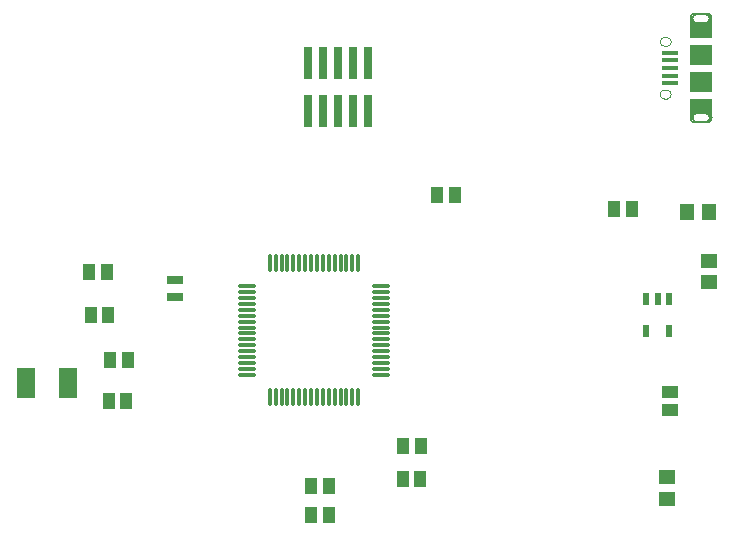
<source format=gtp>
G04*
G04 #@! TF.GenerationSoftware,Altium Limited,Altium Designer,20.1.14 (287)*
G04*
G04 Layer_Color=8421504*
%FSLAX44Y44*%
%MOMM*%
G71*
G04*
G04 #@! TF.SameCoordinates,01BF520F-FA88-4C74-87B3-3C0DA752D8B3*
G04*
G04*
G04 #@! TF.FilePolarity,Positive*
G04*
G01*
G75*
%ADD11C,0.2000*%
%ADD18C,0.3000*%
%ADD19C,0.1000*%
%ADD20R,1.1000X1.4000*%
%ADD21R,1.5000X2.5000*%
%ADD22R,1.9000X1.1750*%
%ADD23R,1.9000X1.8000*%
%ADD24R,1.3500X0.4000*%
G04:AMPARAMS|DCode=25|XSize=1.49mm|YSize=0.28mm|CornerRadius=0.07mm|HoleSize=0mm|Usage=FLASHONLY|Rotation=270.000|XOffset=0mm|YOffset=0mm|HoleType=Round|Shape=RoundedRectangle|*
%AMROUNDEDRECTD25*
21,1,1.4900,0.1400,0,0,270.0*
21,1,1.3500,0.2800,0,0,270.0*
1,1,0.1400,-0.0700,-0.6750*
1,1,0.1400,-0.0700,0.6750*
1,1,0.1400,0.0700,0.6750*
1,1,0.1400,0.0700,-0.6750*
%
%ADD25ROUNDEDRECTD25*%
G04:AMPARAMS|DCode=26|XSize=1.49mm|YSize=0.28mm|CornerRadius=0.07mm|HoleSize=0mm|Usage=FLASHONLY|Rotation=180.000|XOffset=0mm|YOffset=0mm|HoleType=Round|Shape=RoundedRectangle|*
%AMROUNDEDRECTD26*
21,1,1.4900,0.1400,0,0,180.0*
21,1,1.3500,0.2800,0,0,180.0*
1,1,0.1400,-0.6750,0.0700*
1,1,0.1400,0.6750,0.0700*
1,1,0.1400,0.6750,-0.0700*
1,1,0.1400,-0.6750,-0.0700*
%
%ADD26ROUNDEDRECTD26*%
%ADD27R,1.4000X0.7500*%
%ADD28R,0.7366X2.7940*%
%ADD29R,1.4000X1.2000*%
%ADD30R,1.2000X1.4000*%
%ADD31R,0.5080X1.0033*%
%ADD32R,1.4000X1.1000*%
D11*
X1664660Y1356010D02*
G03*
X1663160Y1357510I-1500J0D01*
G01*
X1649160D02*
G03*
X1647660Y1356010I0J-1500D01*
G01*
X1652660Y1357510D02*
G03*
X1648660Y1353510I0J-4000D01*
G01*
X1663660D02*
G03*
X1659660Y1357510I-4000J0D01*
G01*
X1663160Y1266010D02*
G03*
X1664660Y1267510I0J1500D01*
G01*
X1647660D02*
G03*
X1649160Y1266010I1500J0D01*
G01*
X1648660Y1270010D02*
G03*
X1652660Y1266010I4000J0D01*
G01*
X1659660D02*
G03*
X1663660Y1270010I0J4000D01*
G01*
X1647660Y1348510D02*
X1664660D01*
Y1356010D01*
X1649160Y1357510D02*
X1663160D01*
X1647660Y1348510D02*
Y1356010D01*
X1652660Y1357510D02*
X1659660D01*
X1647660Y1275010D02*
X1664660D01*
Y1267510D02*
Y1275010D01*
X1649160Y1266010D02*
X1663160D01*
X1647660Y1267510D02*
Y1275010D01*
X1652660Y1266010D02*
X1659660D01*
D18*
Y1349010D02*
G03*
X1664160Y1353510I0J4500D01*
G01*
X1648160D02*
G03*
X1652660Y1349010I4500J0D01*
G01*
X1664160Y1270010D02*
G03*
X1659660Y1274510I-4500J0D01*
G01*
X1652660D02*
G03*
X1648160Y1270010I0J-4500D01*
G01*
X1652660Y1349010D02*
X1659660D01*
X1652660Y1274510D02*
X1659660D01*
D19*
X1621410Y1334010D02*
G03*
X1625160Y1330260I3750J0D01*
G01*
X1627160D02*
G03*
X1630910Y1334010I0J3750D01*
G01*
D02*
G03*
X1627160Y1337760I-3750J0D01*
G01*
X1625160D02*
G03*
X1621410Y1334010I0J-3750D01*
G01*
Y1289510D02*
G03*
X1625160Y1285760I3750J0D01*
G01*
X1627160D02*
G03*
X1630910Y1289510I0J3750D01*
G01*
D02*
G03*
X1627160Y1293260I-3750J0D01*
G01*
X1625160D02*
G03*
X1621410Y1289510I0J-3750D01*
G01*
X1625160Y1330260D02*
X1627160D01*
X1625160Y1337760D02*
X1627160D01*
X1625160Y1285760D02*
X1627160D01*
X1625160Y1293260D02*
X1627160D01*
D20*
X1170820Y1064260D02*
D03*
X1155820D02*
D03*
X1169550Y1029970D02*
D03*
X1154550D02*
D03*
X1154310Y1102360D02*
D03*
X1139310D02*
D03*
X1153040Y1139190D02*
D03*
X1138040D02*
D03*
X1597540Y1192530D02*
D03*
X1582540D02*
D03*
X1432680Y1203960D02*
D03*
X1447680D02*
D03*
X1403470Y963930D02*
D03*
X1418470D02*
D03*
X1326000Y957580D02*
D03*
X1341000D02*
D03*
X1326000Y933450D02*
D03*
X1341000D02*
D03*
X1403590Y991870D02*
D03*
X1418590D02*
D03*
D21*
X1084860Y1045210D02*
D03*
X1119860D02*
D03*
D22*
X1656160Y1343627D02*
D03*
Y1279893D02*
D03*
D23*
Y1300260D02*
D03*
Y1323260D02*
D03*
D24*
X1629410Y1298760D02*
D03*
Y1305260D02*
D03*
Y1324760D02*
D03*
Y1318260D02*
D03*
Y1311760D02*
D03*
D25*
X1290920Y1146360D02*
D03*
X1295920D02*
D03*
X1300920D02*
D03*
X1305920D02*
D03*
X1310920D02*
D03*
X1315920D02*
D03*
X1320920D02*
D03*
X1325920D02*
D03*
X1330920D02*
D03*
X1335920D02*
D03*
X1340920D02*
D03*
X1345920D02*
D03*
X1350920D02*
D03*
X1355920D02*
D03*
X1360920D02*
D03*
X1365920D02*
D03*
Y1032960D02*
D03*
X1360920D02*
D03*
X1355920D02*
D03*
X1350920D02*
D03*
X1345920D02*
D03*
X1340920D02*
D03*
X1335920D02*
D03*
X1330920D02*
D03*
X1325920D02*
D03*
X1320920D02*
D03*
X1315920D02*
D03*
X1310920D02*
D03*
X1305920D02*
D03*
X1300920D02*
D03*
X1295920D02*
D03*
X1290920D02*
D03*
D26*
X1385120Y1127160D02*
D03*
Y1122160D02*
D03*
Y1117160D02*
D03*
Y1112160D02*
D03*
Y1107160D02*
D03*
Y1102160D02*
D03*
Y1097160D02*
D03*
Y1092160D02*
D03*
Y1087160D02*
D03*
Y1082160D02*
D03*
Y1077160D02*
D03*
Y1072160D02*
D03*
Y1067160D02*
D03*
Y1062160D02*
D03*
Y1057160D02*
D03*
Y1052160D02*
D03*
X1271720D02*
D03*
Y1057160D02*
D03*
Y1062160D02*
D03*
Y1067160D02*
D03*
Y1072160D02*
D03*
Y1077160D02*
D03*
Y1082160D02*
D03*
Y1087160D02*
D03*
Y1092160D02*
D03*
Y1097160D02*
D03*
Y1102160D02*
D03*
Y1107160D02*
D03*
Y1112160D02*
D03*
Y1117160D02*
D03*
Y1122160D02*
D03*
Y1127160D02*
D03*
D27*
X1210310Y1117600D02*
D03*
Y1132200D02*
D03*
D28*
X1323340Y1275080D02*
D03*
Y1315720D02*
D03*
X1336040Y1275080D02*
D03*
Y1315720D02*
D03*
X1348740Y1275080D02*
D03*
Y1315720D02*
D03*
X1361440Y1275080D02*
D03*
Y1315720D02*
D03*
X1374140Y1275080D02*
D03*
Y1315720D02*
D03*
D29*
X1626870Y947310D02*
D03*
Y965310D02*
D03*
X1662430Y1148300D02*
D03*
Y1130300D02*
D03*
D30*
X1644540Y1189990D02*
D03*
X1662540D02*
D03*
D31*
X1628750Y1115885D02*
D03*
X1619250D02*
D03*
X1609750D02*
D03*
Y1088835D02*
D03*
X1628750D02*
D03*
D32*
X1629410Y1037470D02*
D03*
Y1022470D02*
D03*
M02*

</source>
